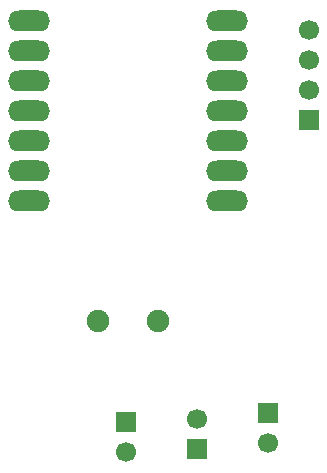
<source format=gbr>
%TF.GenerationSoftware,KiCad,Pcbnew,9.0.6*%
%TF.CreationDate,2026-02-24T10:32:46-08:00*%
%TF.ProjectId,techin514_final_sensor_pcb,74656368-696e-4353-9134-5f66696e616c,v0.1(draft)*%
%TF.SameCoordinates,Original*%
%TF.FileFunction,Soldermask,Bot*%
%TF.FilePolarity,Negative*%
%FSLAX46Y46*%
G04 Gerber Fmt 4.6, Leading zero omitted, Abs format (unit mm)*
G04 Created by KiCad (PCBNEW 9.0.6) date 2026-02-24 10:32:46*
%MOMM*%
%LPD*%
G01*
G04 APERTURE LIST*
%ADD10R,1.700000X1.700000*%
%ADD11C,1.700000*%
%ADD12O,3.556000X1.778000*%
%ADD13C,1.905000*%
G04 APERTURE END LIST*
D10*
%TO.C,J4*%
X229064661Y-153604000D03*
D11*
X229064661Y-151064000D03*
%TD*%
D10*
%TO.C,J7*%
X235064661Y-150554000D03*
D11*
X235064661Y-153094000D03*
%TD*%
D12*
%TO.C,U1*%
X214827661Y-117424000D03*
X214827661Y-119964000D03*
X214827661Y-122504000D03*
X214827661Y-125044000D03*
X214827661Y-127584000D03*
X214827661Y-130124000D03*
X214827661Y-132664000D03*
X231591661Y-132664000D03*
X231591661Y-130124000D03*
X231591661Y-127584000D03*
X231591661Y-125044000D03*
X231591661Y-122504000D03*
X231591661Y-119964000D03*
X231591661Y-117424000D03*
D13*
X220669661Y-142824000D03*
X225749661Y-142824000D03*
%TD*%
D10*
%TO.C,J6*%
X238564661Y-125829000D03*
D11*
X238564661Y-123289000D03*
X238564661Y-120749000D03*
X238564661Y-118209000D03*
%TD*%
D10*
%TO.C,J2*%
X223064661Y-151329000D03*
D11*
X223064661Y-153869000D03*
%TD*%
M02*

</source>
